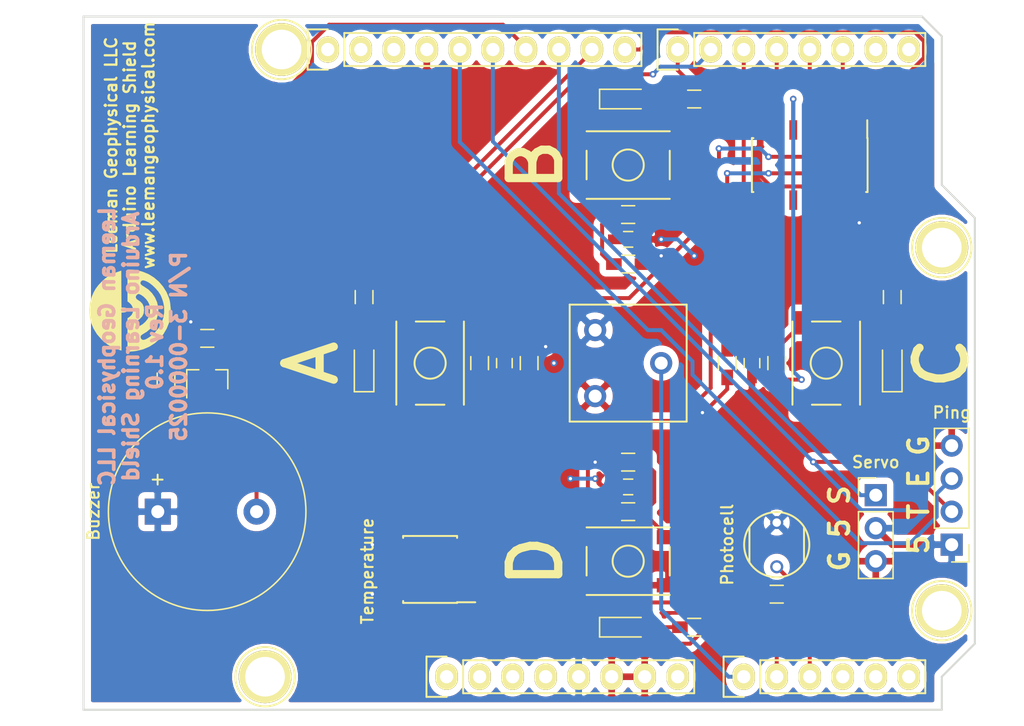
<source format=kicad_pcb>
(kicad_pcb (version 20171130) (host pcbnew "(5.1.4)-1")
  (title_block (date "lun. 30 mars 2015"))
  (layers (0 F.Cu signal) (31 B.Cu signal) (34 B.Paste user) (35 F.Paste user) (36 B.SilkS user hide) (37 F.SilkS user) (38 B.Mask user) (39 F.Mask user) (44 Edge.Cuts user))
  (net 0 "")
  (net 1 +5V)
  (net 2 GND)
  (net 3 /A0)
  (net 4 /A1)
  (net 5 /A2)
  (net 6 "/9(**)")
  (net 7 /8)
  (net 8 /7)
  (net 9 "/6(**)")
  (net 10 "/5(**)")
  (net 11 /4)
  (net 12 "/3(**)")
  (net 13 /2)
  (net 14 "/13(SCK)")
  (net 15 "/10(**/SS)")
  (net 16 "/12(MISO)")
  (net 17 "/11(**/MOSI)")
  (net 18 "Net-(BZ1-Pad2)")
  (net 19 "Net-(C1-Pad1)")
  (net 20 "Net-(C2-Pad1)")
  (net 21 "Net-(C3-Pad1)")
  (net 22 "Net-(C4-Pad1)")
  (net 23 "Net-(D1-Pad2)")
  (net 24 "Net-(D2-Pad2)")
  (net 25 "Net-(D3-Pad2)")
  (net 26 "Net-(D4-Pad2)")
  (net 27 "Net-(Q1-Pad1)")
  (net 28 "Net-(R1-Pad1)")
  (net 29 "Net-(R2-Pad1)")
  (net 30 "Net-(R5-Pad1)")
  (net 31 "Net-(R6-Pad1)")
  (module lib_fp:ebay_potentiometer (layer F.Cu) (at 152.908 99.695 270)
    (fp_text reference RV1 hide)
    (fp_text value R_POT)
    (pad 3 thru_hole circle (at 2.54 2.54 270) (size 1.7 1.7) (drill 1) (layers *.Cu *.Mask) (net 2 GND))
    (pad 2 thru_hole circle (at 0 -2.54 270) (size 1.7 1.7) (drill 1) (layers *.Cu *.Mask) (net 3 /A0))
    (pad 1 thru_hole circle (at -2.54 2.54 270) (size 1.7 1.7) (drill 1) (layers *.Cu *.Mask) (net 1 +5V))
  )
  (module lib_fp:LG_MARK_025in (layer F.Cu) (at 114.554 95.631 90)
    (fp_text reference G*** hide)
    (fp_text value LOGO hide)
  )
  (module Socket_Arduino_Uno:Socket_Strip_Arduino_1x08 (layer F.Cu) (at 138.938 123.825)
    (fp_text reference P1 hide)
    (fp_text value Power)
    (pad 1 thru_hole oval (at 0 0) (size 1.7272 2.032) (drill 1.016) (layers *.Cu *.Mask F.SilkS))
    (pad 2 thru_hole oval (at 2.54 0) (size 1.7272 2.032) (drill 1.016) (layers *.Cu *.Mask F.SilkS))
    (pad 3 thru_hole oval (at 5.08 0) (size 1.7272 2.032) (drill 1.016) (layers *.Cu *.Mask F.SilkS))
    (pad 4 thru_hole oval (at 7.62 0) (size 1.7272 2.032) (drill 1.016) (layers *.Cu *.Mask F.SilkS))
    (pad 5 thru_hole oval (at 10.16 0) (size 1.7272 2.032) (drill 1.016) (layers *.Cu *.Mask F.SilkS) (net 1 +5V))
    (pad 6 thru_hole oval (at 12.7 0) (size 1.7272 2.032) (drill 1.016) (layers *.Cu *.Mask F.SilkS) (net 2 GND))
    (pad 7 thru_hole oval (at 15.24 0) (size 1.7272 2.032) (drill 1.016) (layers *.Cu *.Mask F.SilkS) (net 2 GND))
    (pad 8 thru_hole oval (at 17.78 0) (size 1.7272 2.032) (drill 1.016) (layers *.Cu *.Mask F.SilkS))
  )
  (module Socket_Arduino_Uno:Socket_Strip_Arduino_1x06 (layer F.Cu) (at 161.798 123.825)
    (fp_text reference P2 hide)
    (fp_text value Analog)
    (pad 1 thru_hole oval (at 0 0) (size 1.7272 2.032) (drill 1.016) (layers *.Cu *.Mask F.SilkS) (net 3 /A0))
    (pad 2 thru_hole oval (at 2.54 0) (size 1.7272 2.032) (drill 1.016) (layers *.Cu *.Mask F.SilkS) (net 4 /A1))
    (pad 3 thru_hole oval (at 5.08 0) (size 1.7272 2.032) (drill 1.016) (layers *.Cu *.Mask F.SilkS) (net 5 /A2))
    (pad 4 thru_hole oval (at 7.62 0) (size 1.7272 2.032) (drill 1.016) (layers *.Cu *.Mask F.SilkS))
    (pad 5 thru_hole oval (at 10.16 0) (size 1.7272 2.032) (drill 1.016) (layers *.Cu *.Mask F.SilkS))
    (pad 6 thru_hole oval (at 12.7 0) (size 1.7272 2.032) (drill 1.016) (layers *.Cu *.Mask F.SilkS))
  )
  (module Socket_Arduino_Uno:Socket_Strip_Arduino_1x10 (layer F.Cu) (at 129.794 75.565)
    (fp_text reference P3 hide)
    (fp_text value Digital)
    (pad 1 thru_hole oval (at 0 0) (size 1.7272 2.032) (drill 1.016) (layers *.Cu *.Mask F.SilkS))
    (pad 2 thru_hole oval (at 2.54 0) (size 1.7272 2.032) (drill 1.016) (layers *.Cu *.Mask F.SilkS))
    (pad 3 thru_hole oval (at 5.08 0) (size 1.7272 2.032) (drill 1.016) (layers *.Cu *.Mask F.SilkS))
    (pad 4 thru_hole oval (at 7.62 0) (size 1.7272 2.032) (drill 1.016) (layers *.Cu *.Mask F.SilkS) (net 2 GND))
    (pad 5 thru_hole oval (at 10.16 0) (size 1.7272 2.032) (drill 1.016) (layers *.Cu *.Mask F.SilkS) (net 14 "/13(SCK)"))
    (pad 6 thru_hole oval (at 12.7 0) (size 1.7272 2.032) (drill 1.016) (layers *.Cu *.Mask F.SilkS) (net 16 "/12(MISO)"))
    (pad 7 thru_hole oval (at 15.24 0) (size 1.7272 2.032) (drill 1.016) (layers *.Cu *.Mask F.SilkS) (net 17 "/11(**/MOSI)"))
    (pad 8 thru_hole oval (at 17.78 0) (size 1.7272 2.032) (drill 1.016) (layers *.Cu *.Mask F.SilkS) (net 15 "/10(**/SS)"))
    (pad 9 thru_hole oval (at 20.32 0) (size 1.7272 2.032) (drill 1.016) (layers *.Cu *.Mask F.SilkS) (net 6 "/9(**)"))
    (pad 10 thru_hole oval (at 22.86 0) (size 1.7272 2.032) (drill 1.016) (layers *.Cu *.Mask F.SilkS) (net 7 /8))
  )
  (module Socket_Arduino_Uno:Socket_Strip_Arduino_1x08 (layer F.Cu) (at 156.718 75.565)
    (fp_text reference P4 hide)
    (fp_text value Digital)
    (pad 1 thru_hole oval (at 0 0) (size 1.7272 2.032) (drill 1.016) (layers *.Cu *.Mask F.SilkS) (net 8 /7))
    (pad 2 thru_hole oval (at 2.54 0) (size 1.7272 2.032) (drill 1.016) (layers *.Cu *.Mask F.SilkS) (net 9 "/6(**)"))
    (pad 3 thru_hole oval (at 5.08 0) (size 1.7272 2.032) (drill 1.016) (layers *.Cu *.Mask F.SilkS) (net 10 "/5(**)"))
    (pad 4 thru_hole oval (at 7.62 0) (size 1.7272 2.032) (drill 1.016) (layers *.Cu *.Mask F.SilkS) (net 11 /4))
    (pad 5 thru_hole oval (at 10.16 0) (size 1.7272 2.032) (drill 1.016) (layers *.Cu *.Mask F.SilkS) (net 12 "/3(**)"))
    (pad 6 thru_hole oval (at 12.7 0) (size 1.7272 2.032) (drill 1.016) (layers *.Cu *.Mask F.SilkS) (net 13 /2))
    (pad 7 thru_hole oval (at 15.24 0) (size 1.7272 2.032) (drill 1.016) (layers *.Cu *.Mask F.SilkS))
    (pad 8 thru_hole oval (at 17.78 0) (size 1.7272 2.032) (drill 1.016) (layers *.Cu *.Mask F.SilkS))
  )
  (module Socket_Arduino_Uno:Arduino_1pin (layer F.Cu) (at 124.968 123.825)
    (fp_text reference P5 hide)
    (fp_text value CONN_01X01 hide)
    (pad 1 thru_hole circle (at 0 0) (size 4.064 4.064) (drill 3.048) (layers *.Cu *.Mask F.SilkS))
  )
  (module Socket_Arduino_Uno:Arduino_1pin (layer F.Cu) (at 177.038 118.745)
    (fp_text reference P6 hide)
    (fp_text value CONN_01X01 hide)
    (pad 1 thru_hole circle (at 0 0) (size 4.064 4.064) (drill 3.048) (layers *.Cu *.Mask F.SilkS))
  )
  (module Socket_Arduino_Uno:Arduino_1pin (layer F.Cu) (at 126.238 75.565)
    (fp_text reference P7 hide)
    (fp_text value CONN_01X01 hide)
    (pad 1 thru_hole circle (at 0 0) (size 4.064 4.064) (drill 3.048) (layers *.Cu *.Mask F.SilkS))
  )
  (module Socket_Arduino_Uno:Arduino_1pin (layer F.Cu) (at 177.038 90.805)
    (fp_text reference P8 hide)
    (fp_text value CONN_01X01 hide)
    (pad 1 thru_hole circle (at 0 0) (size 4.064 4.064) (drill 3.048) (layers *.Cu *.Mask F.SilkS))
  )
  (module Buzzers_Beepers:Buzzer_15x7.5RM7.6 (layer F.Cu) (at 116.713 111.125)
    (fp_text reference BZ1 hide)
    (fp_text value Buzzer)
    (fp_text user + (at -0.01 -2.54) (layer F.SilkS))
    (pad 2 thru_hole circle (at 7.6 0) (size 2 2) (drill 1) (layers *.Cu *.Mask) (net 18 "Net-(BZ1-Pad2)"))
    (pad 1 thru_hole rect (at 0 0) (size 2 2) (drill 1) (layers *.Cu *.Mask) (net 1 +5V))
  )
  (module Capacitors_SMD:C_0603_HandSoldering (layer F.Cu) (at 143.383 99.695 90)
    (fp_text reference C1 hide)
    (fp_text value C)
    (pad 2 smd rect (at 0.95 0 90) (size 1.2 0.75) (layers F.Cu F.Paste F.Mask) (net 2 GND))
    (pad 1 smd rect (at -0.95 0 90) (size 1.2 0.75) (layers F.Cu F.Paste F.Mask) (net 19 "Net-(C1-Pad1)"))
  )
  (module Capacitors_SMD:C_0603_HandSoldering (layer F.Cu) (at 152.908 90.17)
    (fp_text reference C2 hide)
    (fp_text value C)
    (pad 2 smd rect (at 0.95 0) (size 1.2 0.75) (layers F.Cu F.Paste F.Mask) (net 2 GND))
    (pad 1 smd rect (at -0.95 0) (size 1.2 0.75) (layers F.Cu F.Paste F.Mask) (net 20 "Net-(C2-Pad1)"))
  )
  (module Capacitors_SMD:C_0603_HandSoldering (layer F.Cu) (at 162.433 99.695 270)
    (fp_text reference C3 hide)
    (fp_text value C)
    (pad 1 smd rect (at -0.95 0 270) (size 1.2 0.75) (layers F.Cu F.Paste F.Mask) (net 21 "Net-(C3-Pad1)"))
    (pad 2 smd rect (at 0.95 0 270) (size 1.2 0.75) (layers F.Cu F.Paste F.Mask) (net 2 GND))
  )
  (module Capacitors_SMD:C_0603_HandSoldering (layer F.Cu) (at 152.908 109.22 180)
    (fp_text reference C4 hide)
    (fp_text value C)
    (pad 1 smd rect (at -0.95 0 180) (size 1.2 0.75) (layers F.Cu F.Paste F.Mask) (net 22 "Net-(C4-Pad1)"))
    (pad 2 smd rect (at 0.95 0 180) (size 1.2 0.75) (layers F.Cu F.Paste F.Mask) (net 2 GND))
  )
  (module LEDs:LED_0805_HandSoldering (layer F.Cu) (at 132.588 99.695 90)
    (fp_text reference D1 hide)
    (fp_text value "LED A")
    (pad 1 smd rect (at -1.35 0 90) (size 1.5 1.3) (layers F.Cu F.Paste F.Mask) (net 2 GND))
    (pad 2 smd rect (at 1.35 0 90) (size 1.5 1.3) (layers F.Cu F.Paste F.Mask) (net 23 "Net-(D1-Pad2)"))
  )
  (module LEDs:LED_0805_HandSoldering (layer F.Cu) (at 152.908 79.375)
    (fp_text reference D2 hide)
    (fp_text value "LED A")
    (pad 2 smd rect (at 1.35 0) (size 1.5 1.3) (layers F.Cu F.Paste F.Mask) (net 24 "Net-(D2-Pad2)"))
    (pad 1 smd rect (at -1.35 0) (size 1.5 1.3) (layers F.Cu F.Paste F.Mask) (net 2 GND))
  )
  (module LEDs:LED_0805_HandSoldering (layer F.Cu) (at 173.228 99.695 90)
    (fp_text reference D3 hide)
    (fp_text value "LED A")
    (pad 2 smd rect (at 1.35 0 90) (size 1.5 1.3) (layers F.Cu F.Paste F.Mask) (net 25 "Net-(D3-Pad2)"))
    (pad 1 smd rect (at -1.35 0 90) (size 1.5 1.3) (layers F.Cu F.Paste F.Mask) (net 2 GND))
  )
  (module LEDs:LED_0805_HandSoldering (layer F.Cu) (at 152.908 120.015)
    (fp_text reference D4 hide)
    (fp_text value "LED A")
    (pad 1 smd rect (at -1.35 0) (size 1.5 1.3) (layers F.Cu F.Paste F.Mask) (net 2 GND))
    (pad 2 smd rect (at 1.35 0) (size 1.5 1.3) (layers F.Cu F.Paste F.Mask) (net 26 "Net-(D4-Pad2)"))
  )
  (module Pin_Headers:Pin_Header_Straight_1x04_Pitch2.54mm (layer F.Cu) (at 177.8 113.665 180)
    (fp_text reference J1 hide)
    (fp_text value "Ping Sensor")
    (pad 4 thru_hole oval (at 0 7.62 180) (size 1.7 1.7) (drill 1) (layers *.Cu *.Mask) (net 2 GND))
    (pad 3 thru_hole oval (at 0 5.08 180) (size 1.7 1.7) (drill 1) (layers *.Cu *.Mask) (net 14 "/13(SCK)"))
    (pad 2 thru_hole oval (at 0 2.54 180) (size 1.7 1.7) (drill 1) (layers *.Cu *.Mask) (net 16 "/12(MISO)"))
    (pad 1 thru_hole rect (at 0 0 180) (size 1.7 1.7) (drill 1) (layers *.Cu *.Mask) (net 1 +5V))
  )
  (module Pin_Headers:Pin_Header_Straight_1x03_Pitch2.54mm (layer F.Cu) (at 171.958 109.855)
    (fp_text reference J2 hide)
    (fp_text value Servo)
    (pad 3 thru_hole oval (at 0 5.08) (size 1.7 1.7) (drill 1) (layers *.Cu *.Mask) (net 2 GND))
    (pad 2 thru_hole oval (at 0 2.54) (size 1.7 1.7) (drill 1) (layers *.Cu *.Mask) (net 1 +5V))
    (pad 1 thru_hole rect (at 0 0) (size 1.7 1.7) (drill 1) (layers *.Cu *.Mask) (net 15 "/10(**/SS)"))
  )
  (module TO_SOT_Packages_SMD:SOT-23 (layer F.Cu) (at 120.523 100.965 90)
    (fp_text reference Q1 hide)
    (fp_text value MMBT3904)
    (pad 3 smd rect (at 1 0 90) (size 0.9 0.8) (layers F.Cu F.Paste F.Mask) (net 18 "Net-(BZ1-Pad2)"))
    (pad 2 smd rect (at -1 0.95 90) (size 0.9 0.8) (layers F.Cu F.Paste F.Mask) (net 2 GND))
    (pad 1 smd rect (at -1 -0.95 90) (size 0.9 0.8) (layers F.Cu F.Paste F.Mask) (net 27 "Net-(Q1-Pad1)"))
  )
  (module Resistors_SMD:R_0603_HandSoldering (layer F.Cu) (at 145.288 99.695 90)
    (fp_text reference R1 hide)
    (fp_text value 10k)
    (pad 1 smd rect (at -1.1 0 90) (size 1.2 0.9) (layers F.Cu F.Paste F.Mask) (net 28 "Net-(R1-Pad1)"))
    (pad 2 smd rect (at 1.1 0 90) (size 1.2 0.9) (layers F.Cu F.Paste F.Mask) (net 1 +5V))
  )
  (module Resistors_SMD:R_0603_HandSoldering (layer F.Cu) (at 152.908 92.075)
    (fp_text reference R2 hide)
    (fp_text value 10k)
    (pad 1 smd rect (at -1.1 0) (size 1.2 0.9) (layers F.Cu F.Paste F.Mask) (net 29 "Net-(R2-Pad1)"))
    (pad 2 smd rect (at 1.1 0) (size 1.2 0.9) (layers F.Cu F.Paste F.Mask) (net 1 +5V))
  )
  (module Resistors_SMD:R_0603_HandSoldering (layer F.Cu) (at 141.478 99.695 90)
    (fp_text reference R3 hide)
    (fp_text value 10k)
    (pad 2 smd rect (at 1.1 0 90) (size 1.2 0.9) (layers F.Cu F.Paste F.Mask) (net 19 "Net-(C1-Pad1)"))
    (pad 1 smd rect (at -1.1 0 90) (size 1.2 0.9) (layers F.Cu F.Paste F.Mask) (net 28 "Net-(R1-Pad1)"))
  )
  (module Resistors_SMD:R_0603_HandSoldering (layer F.Cu) (at 152.908 88.265)
    (fp_text reference R4 hide)
    (fp_text value 10k)
    (pad 1 smd rect (at -1.1 0) (size 1.2 0.9) (layers F.Cu F.Paste F.Mask) (net 29 "Net-(R2-Pad1)"))
    (pad 2 smd rect (at 1.1 0) (size 1.2 0.9) (layers F.Cu F.Paste F.Mask) (net 20 "Net-(C2-Pad1)"))
  )
  (module Resistors_SMD:R_0603_HandSoldering (layer F.Cu) (at 160.528 99.695 270)
    (fp_text reference R5 hide)
    (fp_text value 10k)
    (pad 1 smd rect (at -1.1 0 270) (size 1.2 0.9) (layers F.Cu F.Paste F.Mask) (net 30 "Net-(R5-Pad1)"))
    (pad 2 smd rect (at 1.1 0 270) (size 1.2 0.9) (layers F.Cu F.Paste F.Mask) (net 1 +5V))
  )
  (module Resistors_SMD:R_0603_HandSoldering (layer F.Cu) (at 152.908 107.315 180)
    (fp_text reference R6 hide)
    (fp_text value 10k)
    (pad 2 smd rect (at 1.1 0 180) (size 1.2 0.9) (layers F.Cu F.Paste F.Mask) (net 1 +5V))
    (pad 1 smd rect (at -1.1 0 180) (size 1.2 0.9) (layers F.Cu F.Paste F.Mask) (net 31 "Net-(R6-Pad1)"))
  )
  (module Resistors_SMD:R_0603_HandSoldering (layer F.Cu) (at 164.338 99.695 270)
    (fp_text reference R7 hide)
    (fp_text value 10k)
    (pad 1 smd rect (at -1.1 0 270) (size 1.2 0.9) (layers F.Cu F.Paste F.Mask) (net 30 "Net-(R5-Pad1)"))
    (pad 2 smd rect (at 1.1 0 270) (size 1.2 0.9) (layers F.Cu F.Paste F.Mask) (net 21 "Net-(C3-Pad1)"))
  )
  (module Resistors_SMD:R_0603_HandSoldering (layer F.Cu) (at 152.908 111.125 180)
    (fp_text reference R8 hide)
    (fp_text value 10k)
    (pad 1 smd rect (at -1.1 0 180) (size 1.2 0.9) (layers F.Cu F.Paste F.Mask) (net 31 "Net-(R6-Pad1)"))
    (pad 2 smd rect (at 1.1 0 180) (size 1.2 0.9) (layers F.Cu F.Paste F.Mask) (net 22 "Net-(C4-Pad1)"))
  )
  (module lib_fp:photoresistor (layer F.Cu) (at 164.338 113.665 90)
    (fp_text reference R9 hide)
    (fp_text value R_PHOTO)
    (pad 1 thru_hole circle (at -1.7 0 90) (size 1 1) (drill 0.65) (layers *.Cu *.Mask) (net 5 /A2))
    (pad 2 thru_hole circle (at 1.7 0 90) (size 1 1) (drill 0.65) (layers *.Cu *.Mask) (net 1 +5V))
  )
  (module Resistors_SMD:R_0603_HandSoldering (layer F.Cu) (at 164.338 117.475 180)
    (fp_text reference R10 hide)
    (fp_text value 10k)
    (pad 2 smd rect (at 1.1 0 180) (size 1.2 0.9) (layers F.Cu F.Paste F.Mask) (net 2 GND))
    (pad 1 smd rect (at -1.1 0 180) (size 1.2 0.9) (layers F.Cu F.Paste F.Mask) (net 5 /A2))
  )
  (module Resistors_SMD:R_0603_HandSoldering (layer F.Cu) (at 132.588 94.615 90)
    (fp_text reference R11 hide)
    (fp_text value 510)
    (pad 1 smd rect (at -1.1 0 90) (size 1.2 0.9) (layers F.Cu F.Paste F.Mask) (net 23 "Net-(D1-Pad2)"))
    (pad 2 smd rect (at 1.1 0 90) (size 1.2 0.9) (layers F.Cu F.Paste F.Mask) (net 9 "/6(**)"))
  )
  (module Resistors_SMD:R_0603_HandSoldering (layer F.Cu) (at 157.988 79.375)
    (fp_text reference R12 hide)
    (fp_text value 510)
    (pad 2 smd rect (at 1.1 0) (size 1.2 0.9) (layers F.Cu F.Paste F.Mask) (net 8 /7))
    (pad 1 smd rect (at -1.1 0) (size 1.2 0.9) (layers F.Cu F.Paste F.Mask) (net 24 "Net-(D2-Pad2)"))
  )
  (module Resistors_SMD:R_0603_HandSoldering (layer F.Cu) (at 173.228 94.615 90)
    (fp_text reference R13 hide)
    (fp_text value 510)
    (pad 2 smd rect (at 1.1 0 90) (size 1.2 0.9) (layers F.Cu F.Paste F.Mask) (net 7 /8))
    (pad 1 smd rect (at -1.1 0 90) (size 1.2 0.9) (layers F.Cu F.Paste F.Mask) (net 25 "Net-(D3-Pad2)"))
  )
  (module Resistors_SMD:R_0603_HandSoldering (layer F.Cu) (at 157.988 120.015)
    (fp_text reference R14 hide)
    (fp_text value 510)
    (pad 2 smd rect (at 1.1 0) (size 1.2 0.9) (layers F.Cu F.Paste F.Mask) (net 6 "/9(**)"))
    (pad 1 smd rect (at -1.1 0) (size 1.2 0.9) (layers F.Cu F.Paste F.Mask) (net 26 "Net-(D4-Pad2)"))
  )
  (module Resistors_SMD:R_0603_HandSoldering (layer F.Cu) (at 117.348 100.965 90)
    (fp_text reference R15 hide)
    (fp_text value 1k)
    (pad 2 smd rect (at 1.1 0 90) (size 1.2 0.9) (layers F.Cu F.Paste F.Mask) (net 17 "/11(**/MOSI)"))
    (pad 1 smd rect (at -1.1 0 90) (size 1.2 0.9) (layers F.Cu F.Paste F.Mask) (net 27 "Net-(Q1-Pad1)"))
  )
  (module Resistors_SMD:R_0603_HandSoldering (layer F.Cu) (at 120.523 97.79 180)
    (fp_text reference R16 hide)
    (fp_text value 1k)
    (pad 2 smd rect (at 1.1 0 180) (size 1.2 0.9) (layers F.Cu F.Paste F.Mask) (net 1 +5V))
    (pad 1 smd rect (at -1.1 0 180) (size 1.2 0.9) (layers F.Cu F.Paste F.Mask) (net 18 "Net-(BZ1-Pad2)"))
  )
  (module lib_fp:ebay_button (layer F.Cu) (at 137.668 99.695 90)
    (fp_text reference SW1 hide)
    (fp_text value "Switch A")
    (pad 4 smd rect (at 3.1 1.85 90) (size 1.8 1.1) (layers F.Cu F.Paste F.Mask))
    (pad 3 smd rect (at 3.1 -1.85 90) (size 1.8 1.1) (layers F.Cu F.Paste F.Mask))
    (pad 2 smd rect (at -3.1 1.85 90) (size 1.8 1.1) (layers F.Cu F.Paste F.Mask) (net 28 "Net-(R1-Pad1)"))
    (pad 1 smd rect (at -3.1 -1.85 90) (size 1.8 1.1) (layers F.Cu F.Paste F.Mask) (net 2 GND))
  )
  (module lib_fp:ebay_button (layer F.Cu) (at 152.908 84.455)
    (fp_text reference SW2 hide)
    (fp_text value "Switch B")
    (pad 1 smd rect (at -3.1 -1.85) (size 1.8 1.1) (layers F.Cu F.Paste F.Mask) (net 2 GND))
    (pad 2 smd rect (at -3.1 1.85) (size 1.8 1.1) (layers F.Cu F.Paste F.Mask) (net 29 "Net-(R2-Pad1)"))
    (pad 3 smd rect (at 3.1 -1.85) (size 1.8 1.1) (layers F.Cu F.Paste F.Mask))
    (pad 4 smd rect (at 3.1 1.85) (size 1.8 1.1) (layers F.Cu F.Paste F.Mask))
  )
  (module lib_fp:ebay_button (layer F.Cu) (at 168.148 99.695 270)
    (fp_text reference SW3 hide)
    (fp_text value "Switch C")
    (pad 4 smd rect (at 3.1 1.85 270) (size 1.8 1.1) (layers F.Cu F.Paste F.Mask))
    (pad 3 smd rect (at 3.1 -1.85 270) (size 1.8 1.1) (layers F.Cu F.Paste F.Mask))
    (pad 2 smd rect (at -3.1 1.85 270) (size 1.8 1.1) (layers F.Cu F.Paste F.Mask) (net 30 "Net-(R5-Pad1)"))
    (pad 1 smd rect (at -3.1 -1.85 270) (size 1.8 1.1) (layers F.Cu F.Paste F.Mask) (net 2 GND))
  )
  (module lib_fp:ebay_button (layer F.Cu) (at 152.908 114.935 180)
    (fp_text reference SW4 hide)
    (fp_text value "Switch D")
    (pad 1 smd rect (at -3.1 -1.85 180) (size 1.8 1.1) (layers F.Cu F.Paste F.Mask) (net 2 GND))
    (pad 2 smd rect (at -3.1 1.85 180) (size 1.8 1.1) (layers F.Cu F.Paste F.Mask) (net 31 "Net-(R6-Pad1)"))
    (pad 3 smd rect (at 3.1 -1.85 180) (size 1.8 1.1) (layers F.Cu F.Paste F.Mask))
    (pad 4 smd rect (at 3.1 1.85 180) (size 1.8 1.1) (layers F.Cu F.Paste F.Mask))
  )
  (module Housings_SOIC:SOIC-14_3.9x8.7mm_Pitch1.27mm (layer F.Cu) (at 166.878 84.455 270)
    (fp_text reference U1 hide)
    (fp_text value 74HC14)
    (pad 14 smd rect (at 2.7 -3.81 270) (size 1.5 0.6) (layers F.Cu F.Paste F.Mask) (net 1 +5V))
    (pad 13 smd rect (at 2.7 -2.54 270) (size 1.5 0.6) (layers F.Cu F.Paste F.Mask) (net 2 GND))
    (pad 12 smd rect (at 2.7 -1.27 270) (size 1.5 0.6) (layers F.Cu F.Paste F.Mask))
    (pad 11 smd rect (at 2.7 0 270) (size 1.5 0.6) (layers F.Cu F.Paste F.Mask) (net 2 GND))
    (pad 10 smd rect (at 2.7 1.27 270) (size 1.5 0.6) (layers F.Cu F.Paste F.Mask))
    (pad 9 smd rect (at 2.7 2.54 270) (size 1.5 0.6) (layers F.Cu F.Paste F.Mask) (net 22 "Net-(C4-Pad1)"))
    (pad 8 smd rect (at 2.7 3.81 270) (size 1.5 0.6) (layers F.Cu F.Paste F.Mask) (net 10 "/5(**)"))
    (pad 7 smd rect (at -2.7 3.81 270) (size 1.5 0.6) (layers F.Cu F.Paste F.Mask) (net 2 GND))
    (pad 6 smd rect (at -2.7 2.54 270) (size 1.5 0.6) (layers F.Cu F.Paste F.Mask) (net 11 /4))
    (pad 5 smd rect (at -2.7 1.27 270) (size 1.5 0.6) (layers F.Cu F.Paste F.Mask) (net 21 "Net-(C3-Pad1)"))
    (pad 4 smd rect (at -2.7 0 270) (size 1.5 0.6) (layers F.Cu F.Paste F.Mask) (net 12 "/3(**)"))
    (pad 3 smd rect (at -2.7 -1.27 270) (size 1.5 0.6) (layers F.Cu F.Paste F.Mask) (net 20 "Net-(C2-Pad1)"))
    (pad 2 smd rect (at -2.7 -2.54 270) (size 1.5 0.6) (layers F.Cu F.Paste F.Mask) (net 13 /2))
    (pad 1 smd rect (at -2.7 -3.81 270) (size 1.5 0.6) (layers F.Cu F.Paste F.Mask) (net 19 "Net-(C1-Pad1)"))
  )
  (module Housings_SOIC:SOIC-8_3.9x4.9mm_Pitch1.27mm (layer F.Cu) (at 137.668 115.57 180)
    (fp_text reference U2 hide)
    (fp_text value TMP36xS)
    (pad 8 smd rect (at 2.7 -1.905 180) (size 1.55 0.6) (layers F.Cu F.Paste F.Mask) (net 1 +5V))
    (pad 7 smd rect (at 2.7 -0.635 180) (size 1.55 0.6) (layers F.Cu F.Paste F.Mask))
    (pad 6 smd rect (at 2.7 0.635 180) (size 1.55 0.6) (layers F.Cu F.Paste F.Mask))
    (pad 5 smd rect (at 2.7 1.905 180) (size 1.55 0.6) (layers F.Cu F.Paste F.Mask) (net 1 +5V))
    (pad 4 smd rect (at -2.7 1.905 180) (size 1.55 0.6) (layers F.Cu F.Paste F.Mask) (net 2 GND))
    (pad 3 smd rect (at -2.7 0.635 180) (size 1.55 0.6) (layers F.Cu F.Paste F.Mask))
    (pad 2 smd rect (at -2.7 -0.635 180) (size 1.55 0.6) (layers F.Cu F.Paste F.Mask))
    (pad 1 smd rect (at -2.7 -1.905 180) (size 1.55 0.6) (layers F.Cu F.Paste F.Mask) (net 4 /A1))
  )
  (gr_text Buzzer (at 111.76 111.125 90) (layer F.SilkS) (effects (font (size 0.889 0.889) (thickness 0.15875))))
  (gr_text Photocell (at 160.528 113.665 90) (layer F.SilkS) (effects (font (size 0.889 0.889) (thickness 0.15875))))
  (gr_text Temperature (at 132.842 115.697 90) (layer F.SilkS) (effects (font (size 0.889 0.889) (thickness 0.15875))))
  (gr_text Ping (at 177.8 103.505) (layer F.SilkS) (effects (font (size 0.889 0.889) (thickness 0.15875))))
  (gr_text Servo (at 171.958 107.315) (layer F.SilkS) (effects (font (size 0.889 0.889) (thickness 0.15875))))
  (gr_text 5 (at 175.26 113.665 90) (layer F.SilkS) (effects (font (size 1.5 1.5) (thickness 0.3))))
  (gr_text T (at 175.26 111.125 90) (layer F.SilkS) (effects (font (size 1.5 1.5) (thickness 0.3))))
  (gr_text E (at 175.26 108.585 90) (layer F.SilkS) (effects (font (size 1.5 1.5) (thickness 0.3))))
  (gr_text G (at 175.26 106.045 90) (layer F.SilkS) (effects (font (size 1.5 1.5) (thickness 0.3))))
  (gr_text S (at 169.164 109.855 90) (layer F.SilkS) (effects (font (size 1.5 1.5) (thickness 0.3))))
  (gr_text 5 (at 169.164 112.395 90) (layer F.SilkS) (effects (font (size 1.5 1.5) (thickness 0.3))))
  (gr_text G (at 169.164 114.935 90) (layer F.SilkS) (effects (font (size 1.5 1.5) (thickness 0.3))))
  (gr_text "Leeman Geophysical LLC\nArduino Learning Shield\nwww.leemangeophysical.com" (at 114.554 82.931 90) (layer F.SilkS) (effects (font (size 0.889 0.889) (thickness 0.1778))))
  (gr_text "Leeman Geophysical LLC\nArduino Learning Shield\nRev 1.0\nP/N 3-0000025\n" (at 115.57 98.425 90) (layer B.SilkS) (effects (font (size 1.143 1.143) (thickness 0.28575)) (justify mirror)))
  (gr_text D (at 145.796 114.935 90) (layer F.SilkS) (effects (font (size 3.81 3.81) (thickness 0.635))))
  (gr_text C (at 177.038 99.695 90) (layer F.SilkS) (effects (font (size 3.81 3.81) (thickness 0.635))))
  (gr_text B (at 145.796 84.455 90) (layer F.SilkS) (effects (font (size 3.81 3.81) (thickness 0.635))))
  (gr_text A (at 128.524 99.695 90) (layer F.SilkS) (effects (font (size 3.81 3.81) (thickness 0.635))))
  (gr_line (start 177.038 74.549) (end 175.514 73.025) (angle 90) (layer Edge.Cuts) (width 0.15))
  (gr_line (start 177.038 85.979) (end 177.038 74.549) (angle 90) (layer Edge.Cuts) (width 0.15))
  (gr_line (start 179.578 88.519) (end 177.038 85.979) (angle 90) (layer Edge.Cuts) (width 0.15))
  (gr_line (start 179.578 121.285) (end 179.578 88.519) (angle 90) (layer Edge.Cuts) (width 0.15))
  (gr_line (start 177.038 123.825) (end 179.578 121.285) (angle 90) (layer Edge.Cuts) (width 0.15))
  (gr_line (start 177.038 126.365) (end 177.038 123.825) (angle 90) (layer Edge.Cuts) (width 0.15))
  (gr_line (start 110.998 126.365) (end 177.038 126.365) (angle 90) (layer Edge.Cuts) (width 0.15))
  (gr_line (start 110.998 73.025) (end 110.998 126.365) (angle 90) (layer Edge.Cuts) (width 0.15))
  (gr_line (start 175.514 73.025) (end 110.998 73.025) (angle 90) (layer Edge.Cuts) (width 0.15))
  (via (at 170.688 88.9) (size 0.508) (drill 0.254) (layers F.Cu B.Cu) (net 1))
  (segment (start 170.688 87.155) (end 170.688 88.9) (width 0.3048) (layer F.Cu) (net 1))
  (via (at 150.368 107.315) (size 0.508) (drill 0.254) (layers F.Cu B.Cu) (net 1))
  (segment (start 151.808 107.315) (end 150.368 107.315) (width 0.3048) (layer F.Cu) (net 1))
  (via (at 119.253 96.52) (size 0.508) (drill 0.254) (layers F.Cu B.Cu) (net 1))
  (segment (start 119.423 97.79) (end 119.423 96.69) (width 0.3048) (layer F.Cu) (net 1))
  (segment (start 119.423 96.69) (end 119.253 96.52) (width 0.3048) (layer F.Cu) (net 1))
  (via (at 133.223 113.665) (size 0.508) (drill 0.254) (layers F.Cu B.Cu) (net 1))
  (segment (start 134.968 113.665) (end 133.223 113.665) (width 0.3048) (layer F.Cu) (net 1))
  (via (at 133.223 117.475) (size 0.508) (drill 0.254) (layers F.Cu B.Cu) (net 1))
  (segment (start 134.968 117.475) (end 133.223 117.475) (width 0.3048) (layer F.Cu) (net 1))
  (via (at 155.448 91.44) (size 0.508) (drill 0.254) (layers F.Cu B.Cu) (net 1))
  (segment (start 154.008 92.075) (end 154.813 92.075) (width 0.3048) (layer F.Cu) (net 1))
  (segment (start 154.813 92.075) (end 155.448 91.44) (width 0.3048) (layer F.Cu) (net 1))
  (via (at 146.558 98.425) (size 0.508) (drill 0.254) (layers F.Cu B.Cu) (net 1))
  (segment (start 145.288 98.595) (end 146.388 98.595) (width 0.3048) (layer F.Cu) (net 1))
  (segment (start 146.388 98.595) (end 146.558 98.425) (width 0.3048) (layer F.Cu) (net 1))
  (via (at 158.623 103.505) (size 0.508) (drill 0.254) (layers F.Cu B.Cu) (net 1))
  (segment (start 158.7228 103.505) (end 158.623 103.505) (width 0.3048) (layer F.Cu) (net 1))
  (segment (start 160.528 100.795) (end 160.528 101.6998) (width 0.3048) (layer F.Cu) (net 1))
  (segment (start 160.528 101.6998) (end 158.7228 103.505) (width 0.3048) (layer F.Cu) (net 1))
  (segment (start 173.228 113.665) (end 177.8 113.665) (width 0.508) (layer F.Cu) (net 1))
  (segment (start 171.958 112.395) (end 173.228 113.665) (width 0.508) (layer F.Cu) (net 1))
  (segment (start 162.433 100.645) (end 162.433 100.5) (width 0.3048) (layer F.Cu) (net 2))
  (segment (start 166.878 86.705) (end 166.878 87.155) (width 0.3048) (layer F.Cu) (net 2))
  (segment (start 166.2732 86.1002) (end 166.878 86.705) (width 0.3048) (layer F.Cu) (net 2))
  (segment (start 163.886173 86.100199) (end 166.2732 86.1002) (width 0.3048) (layer F.Cu) (net 2))
  (segment (start 163.068 85.282026) (end 163.886173 86.100199) (width 0.3048) (layer F.Cu) (net 2))
  (segment (start 163.068 81.755) (end 163.068 85.282026) (width 0.3048) (layer F.Cu) (net 2))
  (via (at 155.448 90.17) (size 0.508) (drill 0.254) (layers F.Cu B.Cu) (net 2))
  (segment (start 153.858 90.17) (end 155.448 90.17) (width 0.3048) (layer F.Cu) (net 2))
  (via (at 157.988 91.44) (size 0.508) (drill 0.254) (layers F.Cu B.Cu) (net 2))
  (segment (start 155.448 90.17) (end 156.718 90.17) (width 0.3048) (layer B.Cu) (net 2))
  (segment (start 156.718 90.17) (end 157.988 91.44) (width 0.3048) (layer B.Cu) (net 2))
  (via (at 147.193 99.695) (size 0.508) (drill 0.254) (layers F.Cu B.Cu) (net 2))
  (segment (start 144.789358 99.695) (end 147.193 99.695) (width 0.3048) (layer F.Cu) (net 2))
  (segment (start 144.108 99.695) (end 144.789358 99.695) (width 0.3048) (layer F.Cu) (net 2))
  (segment (start 143.383 98.745) (end 143.383 98.97) (width 0.3048) (layer F.Cu) (net 2))
  (segment (start 143.383 98.97) (end 144.108 99.695) (width 0.3048) (layer F.Cu) (net 2))
  (via (at 150.368 108.585) (size 0.508) (drill 0.254) (layers F.Cu B.Cu) (net 2))
  (segment (start 151.958 109.22) (end 151.003 109.22) (width 0.3048) (layer F.Cu) (net 2))
  (segment (start 151.003 109.22) (end 150.368 108.585) (width 0.3048) (layer F.Cu) (net 2))
  (via (at 148.463 108.585) (size 0.508) (drill 0.254) (layers F.Cu B.Cu) (net 2))
  (segment (start 150.368 108.585) (end 148.463 108.585) (width 0.3048) (layer B.Cu) (net 2))
  (segment (start 160.6296 123.825) (end 161.798 123.825) (width 0.3048) (layer B.Cu) (net 3))
  (segment (start 155.448 118.6434) (end 160.6296 123.825) (width 0.3048) (layer B.Cu) (net 3))
  (segment (start 155.448 118.6434) (end 155.448 102.235) (width 0.3048) (layer B.Cu) (net 3))
  (segment (start 155.448 102.235) (end 155.448 99.695) (width 0.3048) (layer B.Cu) (net 3))
  (segment (start 141.4478 117.475) (end 142.0828 118.11) (width 0.3048) (layer F.Cu) (net 4))
  (segment (start 140.368 117.475) (end 141.4478 117.475) (width 0.3048) (layer F.Cu) (net 4))
  (segment (start 142.0828 118.11) (end 161.798 118.11) (width 0.3048) (layer F.Cu) (net 4))
  (segment (start 164.338 120.65) (end 164.338 123.825) (width 0.3048) (layer F.Cu) (net 4))
  (segment (start 161.798 118.11) (end 164.338 120.65) (width 0.3048) (layer F.Cu) (net 4))
  (segment (start 165.438 116.465) (end 164.338 115.365) (width 0.3048) (layer F.Cu) (net 5))
  (segment (start 165.438 117.475) (end 165.438 116.465) (width 0.3048) (layer F.Cu) (net 5))
  (segment (start 165.588 117.475) (end 165.438 117.475) (width 0.3048) (layer F.Cu) (net 5))
  (segment (start 166.878 118.765) (end 165.588 117.475) (width 0.3048) (layer F.Cu) (net 5))
  (segment (start 166.878 123.825) (end 166.878 118.765) (width 0.3048) (layer F.Cu) (net 5))
  (segment (start 158.938 120.015) (end 159.088 120.015) (width 0.3048) (layer F.Cu) (net 6))
  (segment (start 157.668 121.285) (end 158.938 120.015) (width 0.3048) (layer F.Cu) (net 6))
  (segment (start 150.114 75.565) (end 150.114 75.7174) (width 0.3048) (layer F.Cu) (net 6))
  (segment (start 150.114 75.7174) (end 134.3914 91.44) (width 0.3048) (layer F.Cu) (net 6))
  (segment (start 134.3914 91.44) (end 130.683 91.44) (width 0.3048) (layer F.Cu) (net 6))
  (segment (start 130.683 91.44) (end 129.413 92.71) (width 0.3048) (layer F.Cu) (net 6))
  (segment (start 129.413 92.71) (end 129.413 114.492026) (width 0.3048) (layer F.Cu) (net 6))
  (segment (start 136.205974 121.285) (end 157.668 121.285) (width 0.3048) (layer F.Cu) (net 6))
  (segment (start 129.413 114.492026) (end 136.205974 121.285) (width 0.3048) (layer F.Cu) (net 6))
  (segment (start 153.8224 75.565) (end 152.654 75.565) (width 0.3048) (layer F.Cu) (net 7))
  (segment (start 155.14321 74.24419) (end 153.8224 75.565) (width 0.3048) (layer F.Cu) (net 7))
  (segment (start 174.981971 74.24419) (end 155.14321 74.24419) (width 0.3048) (layer F.Cu) (net 7))
  (segment (start 175.66641 74.928629) (end 174.981971 74.24419) (width 0.3048) (layer F.Cu) (net 7))
  (segment (start 175.66641 76.201371) (end 175.66641 74.928629) (width 0.3048) (layer F.Cu) (net 7))
  (segment (start 173.228 78.639781) (end 175.66641 76.201371) (width 0.3048) (layer F.Cu) (net 7))
  (segment (start 173.228 93.515) (end 173.228 78.639781) (width 0.3048) (layer F.Cu) (net 7))
  (segment (start 156.718 76.8858) (end 156.718 75.565) (width 0.3048) (layer F.Cu) (net 8))
  (segment (start 156.718 77.155) (end 156.718 76.8858) (width 0.3048) (layer F.Cu) (net 8))
  (segment (start 158.938 79.375) (end 156.718 77.155) (width 0.3048) (layer F.Cu) (net 8))
  (segment (start 159.088 79.375) (end 158.938 79.375) (width 0.3048) (layer F.Cu) (net 8))
  (via (at 154.813 77.47) (size 0.508) (drill 0.254) (layers F.Cu B.Cu) (net 9))
  (segment (start 149.3878 77.47) (end 154.813 77.47) (width 0.3048) (layer F.Cu) (net 9))
  (segment (start 132.588 93.515) (end 133.3428 93.515) (width 0.3048) (layer F.Cu) (net 9))
  (segment (start 133.3428 93.515) (end 149.3878 77.47) (width 0.3048) (layer F.Cu) (net 9))
  (segment (start 159.258 75.7174) (end 159.258 75.565) (width 0.3048) (layer B.Cu) (net 9))
  (segment (start 158.08959 76.88581) (end 159.258 75.7174) (width 0.3048) (layer B.Cu) (net 9))
  (segment (start 155.39719 76.88581) (end 158.08959 76.88581) (width 0.3048) (layer B.Cu) (net 9))
  (segment (start 154.813 77.47) (end 155.39719 76.88581) (width 0.3048) (layer B.Cu) (net 9))
  (segment (start 162.4632 87.155) (end 163.068 87.155) (width 0.3048) (layer F.Cu) (net 10))
  (segment (start 161.798 86.4898) (end 162.4632 87.155) (width 0.3048) (layer F.Cu) (net 10))
  (segment (start 161.798 75.565) (end 161.798 86.4898) (width 0.3048) (layer F.Cu) (net 10))
  (segment (start 164.338 81.305) (end 164.338 75.565) (width 0.3048) (layer F.Cu) (net 11))
  (segment (start 164.338 81.755) (end 164.338 81.305) (width 0.3048) (layer F.Cu) (net 11))
  (segment (start 166.878 81.755) (end 166.878 75.565) (width 0.3048) (layer F.Cu) (net 12))
  (segment (start 169.418 81.755) (end 169.418 75.565) (width 0.3048) (layer F.Cu) (net 13))
  (segment (start 176.950001 109.434999) (end 177.8 108.585) (width 0.3048) (layer B.Cu) (net 14))
  (segment (start 170.819507 113.549801) (end 174.613199 113.549801) (width 0.3048) (layer B.Cu) (net 14))
  (segment (start 174.613199 113.549801) (end 176.645199 111.517801) (width 0.3048) (layer B.Cu) (net 14))
  (segment (start 176.645199 111.517801) (end 176.645199 109.739801) (width 0.3048) (layer B.Cu) (net 14))
  (segment (start 139.954 75.565) (end 139.954 82.684294) (width 0.3048) (layer B.Cu) (net 14))
  (segment (start 176.645199 109.739801) (end 176.950001 109.434999) (width 0.3048) (layer B.Cu) (net 14))
  (segment (start 154.428353 97.158647) (end 155.451647 97.158647) (width 0.3048) (layer B.Cu) (net 14))
  (segment (start 139.954 82.684294) (end 154.428353 97.158647) (width 0.3048) (layer B.Cu) (net 14))
  (segment (start 157.857353 99.564353) (end 157.857353 100.587647) (width 0.3048) (layer B.Cu) (net 14))
  (segment (start 155.451647 97.158647) (end 157.857353 99.564353) (width 0.3048) (layer B.Cu) (net 14))
  (segment (start 157.857353 100.587647) (end 170.819507 113.549801) (width 0.3048) (layer B.Cu) (net 14))
  (segment (start 147.574 76.8858) (end 147.574 75.565) (width 0.3048) (layer B.Cu) (net 15))
  (segment (start 147.574 86.6258) (end 147.574 76.8858) (width 0.3048) (layer B.Cu) (net 15))
  (segment (start 170.8032 109.855) (end 147.574 86.6258) (width 0.3048) (layer B.Cu) (net 15))
  (segment (start 171.958 109.855) (end 170.8032 109.855) (width 0.3048) (layer B.Cu) (net 15))
  (segment (start 142.494 76.8858) (end 142.494 75.565) (width 0.3048) (layer B.Cu) (net 16))
  (segment (start 142.494 82.639642) (end 142.494 76.8858) (width 0.3048) (layer B.Cu) (net 16))
  (segment (start 174.613199 111.009801) (end 170.864159 111.009801) (width 0.3048) (layer B.Cu) (net 16))
  (via (at 167.150679 107.296321) (size 0.508) (drill 0.254) (layers F.Cu B.Cu) (net 16))
  (segment (start 167.150679 107.296321) (end 142.494 82.639642) (width 0.3048) (layer B.Cu) (net 16))
  (segment (start 170.864159 111.009801) (end 167.150679 107.296321) (width 0.3048) (layer B.Cu) (net 16))
  (segment (start 173.971321 107.296321) (end 177.8 111.125) (width 0.3048) (layer F.Cu) (net 16))
  (segment (start 167.150679 107.296321) (end 173.971321 107.296321) (width 0.3048) (layer F.Cu) (net 16))
  (segment (start 128.574801 74.979418) (end 129.894219 73.66) (width 0.3048) (layer F.Cu) (net 17))
  (segment (start 128.574801 76.686665) (end 128.574801 74.979418) (width 0.3048) (layer F.Cu) (net 17))
  (segment (start 117.348 99.865) (end 117.348 87.913466) (width 0.3048) (layer F.Cu) (net 17))
  (segment (start 117.348 87.913466) (end 128.574801 76.686665) (width 0.3048) (layer F.Cu) (net 17))
  (segment (start 145.034 75.4126) (end 145.034 75.565) (width 0.3048) (layer F.Cu) (net 17))
  (segment (start 143.2814 73.66) (end 145.034 75.4126) (width 0.3048) (layer F.Cu) (net 17))
  (segment (start 129.894219 73.66) (end 143.2814 73.66) (width 0.3048) (layer F.Cu) (net 17))
  (segment (start 124.313 109.710787) (end 124.313 111.125) (width 0.3048) (layer F.Cu) (net 18))
  (segment (start 124.313 103.0502) (end 124.313 109.710787) (width 0.3048) (layer F.Cu) (net 18))
  (segment (start 121.2278 99.965) (end 124.313 103.0502) (width 0.3048) (layer F.Cu) (net 18))
  (segment (start 120.523 99.965) (end 121.2278 99.965) (width 0.3048) (layer F.Cu) (net 18))
  (segment (start 121.623 98.865) (end 120.523 99.965) (width 0.3048) (layer F.Cu) (net 18))
  (segment (start 121.623 97.79) (end 121.623 98.865) (width 0.3048) (layer F.Cu) (net 18))
  (segment (start 141.478 98.74) (end 143.383 100.645) (width 0.3048) (layer F.Cu) (net 19))
  (segment (start 141.478 98.595) (end 141.478 98.74) (width 0.3048) (layer F.Cu) (net 19))
  (via (at 163.703 85.09) (size 0.508) (drill 0.254) (layers F.Cu B.Cu) (net 19))
  (segment (start 167.681642 85.09) (end 163.703 85.09) (width 0.3048) (layer F.Cu) (net 19))
  (segment (start 167.803 85.09) (end 167.681642 85.09) (width 0.3048) (layer F.Cu) (net 19))
  (segment (start 170.688 81.755) (end 170.688 82.205) (width 0.3048) (layer F.Cu) (net 19))
  (segment (start 170.688 82.205) (end 167.803 85.09) (width 0.3048) (layer F.Cu) (net 19))
  (via (at 160.528 85.09) (size 0.508) (drill 0.254) (layers F.Cu B.Cu) (net 19))
  (segment (start 163.703 85.09) (end 160.528 85.09) (width 0.3048) (layer B.Cu) (net 19))
  (segment (start 141.478 98.445) (end 141.478 98.595) (width 0.3048) (layer F.Cu) (net 19))
  (segment (start 142.2328 97.6902) (end 141.478 98.445) (width 0.3048) (layer F.Cu) (net 19))
  (segment (start 160.528 85.09) (end 160.528 87.153642) (width 0.3048) (layer F.Cu) (net 19))
  (segment (start 142.2328 97.6902) (end 147.2928 97.6902) (width 0.3048) (layer F.Cu) (net 19))
  (segment (start 150.288679 94.694321) (end 152.987321 94.694321) (width 0.3048) (layer F.Cu) (net 19))
  (segment (start 147.2928 97.6902) (end 150.288679 94.694321) (width 0.3048) (layer F.Cu) (net 19))
  (segment (start 160.528 87.153642) (end 152.987321 94.694321) (width 0.3048) (layer F.Cu) (net 19))
  (segment (start 152.103 90.17) (end 154.008 88.265) (width 0.3048) (layer F.Cu) (net 20))
  (segment (start 151.958 90.17) (end 152.103 90.17) (width 0.3048) (layer F.Cu) (net 20))
  (via (at 159.893 83.185) (size 0.508) (drill 0.254) (layers F.Cu B.Cu) (net 20))
  (segment (start 159.893 84.418642) (end 159.893 83.185) (width 0.3048) (layer F.Cu) (net 20))
  (segment (start 154.008 88.265) (end 156.046642 88.265) (width 0.3048) (layer F.Cu) (net 20))
  (segment (start 156.046642 88.265) (end 159.893 84.418642) (width 0.3048) (layer F.Cu) (net 20))
  (via (at 163.703 83.82) (size 0.508) (drill 0.254) (layers F.Cu B.Cu) (net 20))
  (segment (start 159.893 83.185) (end 163.068 83.185) (width 0.3048) (layer B.Cu) (net 20))
  (segment (start 163.068 83.185) (end 163.703 83.82) (width 0.3048) (layer B.Cu) (net 20))
  (segment (start 168.148 82.205) (end 168.148 81.755) (width 0.3048) (layer F.Cu) (net 20))
  (segment (start 166.533 83.82) (end 168.148 82.205) (width 0.3048) (layer F.Cu) (net 20))
  (segment (start 163.703 83.82) (end 166.533 83.82) (width 0.3048) (layer F.Cu) (net 20))
  (segment (start 162.433 98.89) (end 164.338 100.795) (width 0.3048) (layer F.Cu) (net 21))
  (segment (start 162.433 98.745) (end 162.433 98.89) (width 0.3048) (layer F.Cu) (net 21))
  (via (at 165.608 79.375) (size 0.508) (drill 0.254) (layers F.Cu B.Cu) (net 21))
  (segment (start 165.608 81.755) (end 165.608 79.375) (width 0.3048) (layer F.Cu) (net 21))
  (segment (start 165.608 79.375) (end 165.608 100.33) (width 0.3048) (layer B.Cu) (net 21))
  (via (at 166.243 100.965) (size 0.508) (drill 0.254) (layers F.Cu B.Cu) (net 21))
  (segment (start 165.608 100.33) (end 166.243 100.965) (width 0.3048) (layer B.Cu) (net 21))
  (segment (start 164.508 100.965) (end 164.338 100.795) (width 0.3048) (layer F.Cu) (net 21))
  (segment (start 166.243 100.965) (end 164.508 100.965) (width 0.3048) (layer F.Cu) (net 21))
  (segment (start 151.953 111.125) (end 153.858 109.22) (width 0.3048) (layer F.Cu) (net 22))
  (segment (start 151.808 111.125) (end 151.953 111.125) (width 0.3048) (layer F.Cu) (net 22))
  (segment (start 164.338 87.605) (end 159.258 92.685) (width 0.3048) (layer F.Cu) (net 22))
  (segment (start 164.338 87.155) (end 164.338 87.605) (width 0.3048) (layer F.Cu) (net 22))
  (segment (start 151.658 111.125) (end 151.808 111.125) (width 0.3048) (layer F.Cu) (net 22))
  (segment (start 149.809199 109.276199) (end 151.658 111.125) (width 0.3048) (layer F.Cu) (net 22))
  (segment (start 149.809199 107.046775) (end 149.809199 109.276199) (width 0.3048) (layer F.Cu) (net 22))
  (segment (start 152.715974 104.14) (end 149.809199 107.046775) (width 0.3048) (layer F.Cu) (net 22))
  (segment (start 156.718 104.14) (end 159.258 101.6) (width 0.3048) (layer F.Cu) (net 22))
  (segment (start 159.258 92.685) (end 159.258 101.6) (width 0.3048) (layer F.Cu) (net 22))
  (segment (start 156.718 104.14) (end 152.715974 104.14) (width 0.3048) (layer F.Cu) (net 22))
  (segment (start 132.588 98.345) (end 132.588 95.715) (width 0.3048) (layer F.Cu) (net 23))
  (segment (start 156.888 79.375) (end 154.258 79.375) (width 0.3048) (layer F.Cu) (net 24))
  (segment (start 173.228 98.345) (end 173.228 95.715) (width 0.3048) (layer F.Cu) (net 25))
  (segment (start 154.258 120.015) (end 156.888 120.015) (width 0.3048) (layer F.Cu) (net 26))
  (segment (start 117.448 101.965) (end 117.348 102.065) (width 0.3048) (layer F.Cu) (net 27))
  (segment (start 119.573 101.965) (end 117.448 101.965) (width 0.3048) (layer F.Cu) (net 27))
  (segment (start 139.518 102.755) (end 141.478 100.795) (width 0.3048) (layer F.Cu) (net 28))
  (segment (start 139.518 102.795) (end 139.518 102.755) (width 0.3048) (layer F.Cu) (net 28))
  (segment (start 145.288 100.945) (end 145.288 100.795) (width 0.3048) (layer F.Cu) (net 28))
  (segment (start 144.5332 101.6998) (end 145.288 100.945) (width 0.3048) (layer F.Cu) (net 28))
  (segment (start 142.2328 101.6998) (end 144.5332 101.6998) (width 0.3048) (layer F.Cu) (net 28))
  (segment (start 141.478 100.945) (end 142.2328 101.6998) (width 0.3048) (layer F.Cu) (net 28))
  (segment (start 141.478 100.795) (end 141.478 100.945) (width 0.3048) (layer F.Cu) (net 28))
  (segment (start 151.658 88.265) (end 151.808 88.265) (width 0.3048) (layer F.Cu) (net 29))
  (segment (start 150.9032 89.0198) (end 151.658 88.265) (width 0.3048) (layer F.Cu) (net 29))
  (segment (start 150.9032 91.3202) (end 150.9032 89.0198) (width 0.3048) (layer F.Cu) (net 29))
  (segment (start 151.658 92.075) (end 150.9032 91.3202) (width 0.3048) (layer F.Cu) (net 29))
  (segment (start 151.808 92.075) (end 151.658 92.075) (width 0.3048) (layer F.Cu) (net 29))
  (segment (start 151.768 88.265) (end 149.808 86.305) (width 0.3048) (layer F.Cu) (net 29))
  (segment (start 151.808 88.265) (end 151.768 88.265) (width 0.3048) (layer F.Cu) (net 29))
  (segment (start 166.298 96.635) (end 164.338 98.595) (width 0.3048) (layer F.Cu) (net 30))
  (segment (start 166.298 96.595) (end 166.298 96.635) (width 0.3048) (layer F.Cu) (net 30))
  (segment (start 160.528 98.445) (end 160.528 98.595) (width 0.3048) (layer F.Cu) (net 30))
  (segment (start 161.2828 97.6902) (end 160.528 98.445) (width 0.3048) (layer F.Cu) (net 30))
  (segment (start 163.5832 97.6902) (end 161.2828 97.6902) (width 0.3048) (layer F.Cu) (net 30))
  (segment (start 164.338 98.445) (end 163.5832 97.6902) (width 0.3048) (layer F.Cu) (net 30))
  (segment (start 164.338 98.595) (end 164.338 98.445) (width 0.3048) (layer F.Cu) (net 30))
  (segment (start 154.158 107.315) (end 154.008 107.315) (width 0.3048) (layer F.Cu) (net 31))
  (segment (start 154.9128 108.0698) (end 154.158 107.315) (width 0.3048) (layer F.Cu) (net 31))
  (segment (start 154.9128 110.3702) (end 154.9128 108.0698) (width 0.3048) (layer F.Cu) (net 31))
  (segment (start 154.158 111.125) (end 154.9128 110.3702) (width 0.3048) (layer F.Cu) (net 31))
  (segment (start 154.008 111.125) (end 154.158 111.125) (width 0.3048) (layer F.Cu) (net 31))
  (segment (start 155.968 113.085) (end 154.008 111.125) (width 0.3048) (layer F.Cu) (net 31))
  (segment (start 156.008 113.085) (end 155.968 113.085) (width 0.3048) (layer F.Cu) (net 31))
  (zone (net 2) (net_name GND) (layer F.Cu) (connect_pads (clearance 0.508)) (min_thickness 0.254) (fill yes (arc_segments 32) (thermal_gap 0.508) (thermal_bridge_width 0.508))
    (polygon (pts (xy 109.093 71.755) (xy 183.388 71.755) (xy 183.388 127.635) (xy 109.093 127.635)))
  )
  (zone (net 1) (net_name +5V) (layer B.Cu) (connect_pads (clearance 0.508)) (min_thickness 0.254) (fill yes (arc_segments 32) (thermal_gap 0.508) (thermal_bridge_width 0.508))
    (polygon (pts (xy 109.093 71.755) (xy 183.388 71.755) (xy 183.388 127.635) (xy 109.093 127.635)))
  )
)
</source>
